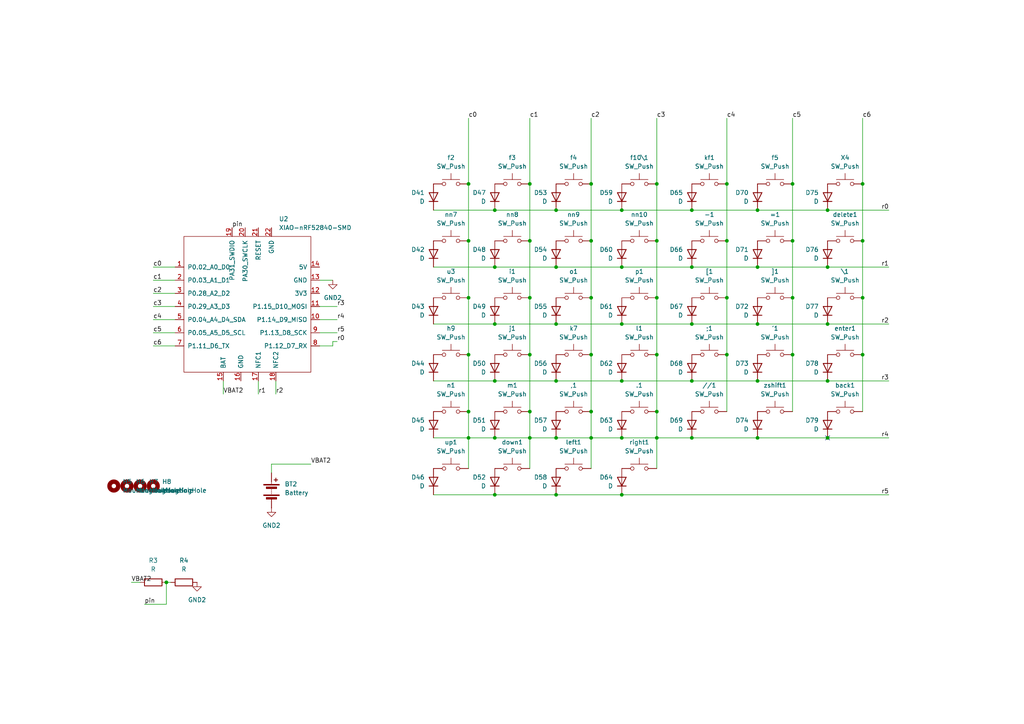
<source format=kicad_sch>
(kicad_sch (version 20250114) (generator "eeschema") (generator_version "9.0")
  (paper "A4")
  (lib_symbols
    (symbol "Asd:XIAO-nRF52840-SMD" (pin_names (offset 1.016))
      (property "Reference" "U" (at -18.542 23.114 0))
      (property "Value" "XIAO-nRF52840-SMD" (at -8.636 21.336 0))
      (symbol "XIAO-nRF52840-SMD_0_1"
        (rectangle (start -19.05 20.32) (end 17.78 -19.05))
      )
      (symbol "XIAO-nRF52840-SMD_1_1"
        (pin passive line (at -21.59 11.43 0) (length 2.54) (name "P0.02_A0_D0") (number "1"))
        (pin passive line (at -21.59 7.62 0) (length 2.54) (name "P0.03_A1_D1") (number "2"))
        (pin passive line (at -21.59 3.81 0) (length 2.54) (name "P0.28_A2_D2") (number "3"))
        (pin passive line (at -21.59 0 0) (length 2.54) (name "P0.29_A3_D3") (number "4"))
        (pin passive line (at -21.59 -3.81 0) (length 2.54) (name "P0.04_A4_D4_SDA") (number "5"))
        (pin passive line (at -21.59 -7.62 0) (length 2.54) (name "P0.05_A5_D5_SCL") (number "6"))
        (pin passive line (at -21.59 -11.43 0) (length 2.54) (name "P1.11_D6_TX") (number "7"))
        (pin passive line (at -7.62 -21.59 90) (length 2.54) (name "BAT") (number "15"))
        (pin passive line (at -5.08 22.86 270) (length 2.54) (name "PA31_SWDIO") (number "19"))
        (pin passive line (at -2.54 -21.59 90) (length 2.54) (name "GND") (number "16"))
        (pin passive line (at -1.27 22.86 270) (length 2.54) (name "PA30_SWCLK") (number "20"))
        (pin passive line (at 2.54 22.86 270) (length 2.54) (name "RESET") (number "21"))
        (pin passive line (at 2.54 -21.59 90) (length 2.54) (name "NFC1") (number "17"))
        (pin passive line (at 6.35 22.86 270) (length 2.54) (name "GND") (number "22"))
        (pin passive line (at 7.62 -21.59 90) (length 2.54) (name "NFC2") (number "18"))
        (pin passive line (at 20.32 11.43 180) (length 2.54) (name "5V") (number "14"))
        (pin passive line (at 20.32 7.62 180) (length 2.54) (name "GND") (number "13"))
        (pin passive line (at 20.32 3.81 180) (length 2.54) (name "3V3") (number "12"))
        (pin passive line (at 20.32 0 180) (length 2.54) (name "P1.15_D10_MOSI") (number "11"))
        (pin passive line (at 20.32 -3.81 180) (length 2.54) (name "P1.14_D9_MISO") (number "10"))
        (pin passive line (at 20.32 -7.62 180) (length 2.54) (name "P1.13_D8_SCK") (number "9"))
        (pin passive line (at 20.32 -11.43 180) (length 2.54) (name "P1.12_D7_RX") (number "8"))
      )
    )
    (symbol "Device:Battery" (pin_numbers (hide yes)) (pin_names (offset 0) (hide yes))
      (property "Reference" "BT" (at 2.54 2.54 0))
      (property "Value" "Battery" (at 2.54 0 0))
      (symbol "Battery_0_1"
        (rectangle (start -2.286 1.778) (end 2.286 1.524) (fill (type outline)))
        (rectangle (start -2.286 -1.27) (end 2.286 -1.524) (fill (type outline)))
        (rectangle (start -1.524 1.016) (end 1.524 0.508) (fill (type outline)))
        (rectangle (start -1.524 -2.032) (end 1.524 -2.54) (fill (type outline)))
        (polyline (pts (xy 0 1.778) (xy 0 2.54)))
        (polyline (pts (xy 0 0) (xy 0 0.254)))
        (polyline (pts (xy 0 -0.508) (xy 0 -0.254)))
        (polyline (pts (xy 0 -1.016) (xy 0 -0.762)))
        (polyline (pts (xy 0.762 3.048) (xy 1.778 3.048)) (stroke (width 0.254)))
        (polyline (pts (xy 1.27 3.556) (xy 1.27 2.54)) (stroke (width 0.254)))
      )
      (symbol "Battery_1_1"
        (pin passive line (at 0 5.08 270) (length 2.54) (name "+") (number "1"))
        (pin passive line (at 0 -5.08 90) (length 2.54) (name "-") (number "2"))
      )
    )
    (symbol "Device:D" (pin_numbers (hide yes)) (pin_names (offset 1.016) (hide yes))
      (property "Reference" "D" (at 0 2.54 0))
      (property "Value" "D" (at 0 -2.54 0))
      (symbol "D_0_1"
        (polyline (pts (xy -1.27 1.27) (xy -1.27 -1.27)) (stroke (width 0.254)))
        (polyline (pts (xy 1.27 1.27) (xy 1.27 -1.27) (xy -1.27 0) (xy 1.27 1.27)) (stroke (width 0.254)))
        (polyline (pts (xy 1.27 0) (xy -1.27 0)))
      )
      (symbol "D_1_1"
        (pin passive line (at -3.81 0 0) (length 2.54) (name "K") (number "1"))
        (pin passive line (at 3.81 0 180) (length 2.54) (name "A") (number "2"))
      )
    )
    (symbol "Device:R" (pin_numbers (hide yes)) (pin_names (offset 0))
      (property "Reference" "R" (at 2.032 0 90))
      (property "Value" "R" (at 0 0 90))
      (symbol "R_0_1"
        (rectangle (start -1.016 -2.54) (end 1.016 2.54) (stroke (width 0.254)))
      )
      (symbol "R_1_1"
        (pin passive line (at 0 3.81 270) (length 1.27) (name "~") (number "1"))
        (pin passive line (at 0 -3.81 90) (length 1.27) (name "~") (number "2"))
      )
    )
    (symbol "Mechanical:MountingHole" (pin_names (offset 1.016)) (in_bom no)
      (property "Reference" "H" (at 0 5.08 0))
      (property "Value" "MountingHole" (at 0 3.175 0))
      (symbol "MountingHole_0_1"
        (circle (center 0 0) (radius 1.27) (stroke (width 1.27)))
      )
    )
    (symbol "Switch:SW_Push" (pin_numbers (hide yes)) (pin_names (offset 1.016) (hide yes))
      (property "Reference" "SW" (at 1.27 2.54 0))
      (property "Value" "SW_Push" (at 0 -1.524 0))
      (symbol "SW_Push_0_1"
        (circle (center -2.032 0) (radius 0.508))
        (polyline (pts (xy 0 1.27) (xy 0 3.048)))
        (circle (center 2.032 0) (radius 0.508))
        (polyline (pts (xy 2.54 1.27) (xy -2.54 1.27)))
        (pin passive line (at -5.08 0 0) (length 2.54) (name "1") (number "1"))
        (pin passive line (at 5.08 0 180) (length 2.54) (name "2") (number "2"))
      )
    )
    (symbol "power:GND" (power) (pin_numbers (hide yes)) (pin_names (offset 0) (hide yes))
      (property "Value" "GND" (at 0 -3.81 0))
      (symbol "GND_0_1"
        (polyline (pts (xy 0 0) (xy 0 -1.27) (xy 1.27 -1.27) (xy 0 -2.54) (xy -1.27 -1.27) (xy 0 -1.27)))
      )
      (symbol "GND_1_1"
        (pin power_in line (at 0 0 270) (length 0) (name "~") (number "1"))
      )
    )
  )
  (junction (at 161.29 77.47))
  (junction (at 229.87 53.34))
  (junction (at 135.89 119.38))
  (junction (at 250.19 102.87))
  (junction (at 190.5 53.34))
  (junction (at 161.29 110.49))
  (junction (at 135.89 102.87))
  (junction (at 153.67 127))
  (junction (at 153.67 119.38))
  (junction (at 171.45 53.34))
  (junction (at 171.45 86.36))
  (junction (at 210.82 53.34))
  (junction (at 135.89 86.36))
  (junction (at 135.89 53.34))
  (junction (at 190.5 69.85))
  (junction (at 219.71 127))
  (junction (at 161.29 127))
  (junction (at 143.51 127))
  (junction (at 240.03 110.49))
  (junction (at 153.67 53.34))
  (junction (at 161.29 93.98))
  (junction (at 143.51 77.47))
  (junction (at 200.66 93.98))
  (junction (at 210.82 86.36))
  (junction (at 219.71 93.98))
  (junction (at 240.03 60.96))
  (junction (at 48.26 168.91))
  (junction (at 229.87 102.87))
  (junction (at 171.45 127))
  (junction (at 200.66 77.47))
  (junction (at 190.5 102.87))
  (junction (at 143.51 143.51))
  (junction (at 143.51 60.96))
  (junction (at 200.66 110.49))
  (junction (at 153.67 102.87))
  (junction (at 171.45 119.38))
  (junction (at 171.45 69.85))
  (junction (at 210.82 69.85))
  (junction (at 135.89 69.85))
  (junction (at 180.34 60.96))
  (junction (at 161.29 143.51))
  (junction (at 171.45 102.87))
  (junction (at 180.34 110.49))
  (junction (at 153.67 86.36))
  (junction (at 190.5 86.36))
  (junction (at 219.71 110.49))
  (junction (at 210.82 102.87))
  (junction (at 200.66 127))
  (junction (at 240.03 93.98))
  (junction (at 153.67 69.85))
  (junction (at 219.71 77.47))
  (junction (at 180.34 127))
  (junction (at 180.34 143.51))
  (junction (at 190.5 127))
  (junction (at 143.51 93.98))
  (junction (at 229.87 86.36))
  (junction (at 180.34 77.47))
  (junction (at 250.19 69.85))
  (junction (at 180.34 93.98))
  (junction (at 143.51 110.49))
  (junction (at 250.19 53.34))
  (junction (at 240.03 77.47))
  (junction (at 250.19 86.36))
  (junction (at 219.71 60.96))
  (junction (at 190.5 119.38))
  (junction (at 229.87 69.85))
  (junction (at 135.89 127))
  (junction (at 161.29 60.96))
  (junction (at 240.03 127))
  (junction (at 200.66 60.96))
  (no_connect (at 240.03 127))
  (wire (pts (xy 200.66 110.49) (xy 180.34 110.49)))
  (wire (pts (xy 180.34 93.98) (xy 161.29 93.98)))
  (wire (pts (xy 161.29 77.47) (xy 143.51 77.47)))
  (wire (pts (xy 153.67 53.34) (xy 153.67 69.85)))
  (wire (pts (xy 240.03 93.98) (xy 219.71 93.98)))
  (wire (pts (xy 229.87 102.87) (xy 229.87 119.38)))
  (wire (pts (xy 190.5 127) (xy 190.5 135.89)))
  (wire (pts (xy 96.52 99.06) (xy 96.52 100.33)))
  (wire (pts (xy 190.5 102.87) (xy 190.5 119.38)))
  (wire (pts (xy 44.45 96.52) (xy 50.8 96.52)))
  (wire (pts (xy 171.45 86.36) (xy 171.45 102.87)))
  (wire (pts (xy 210.82 34.29) (xy 210.82 53.34)))
  (wire (pts (xy 153.67 86.36) (xy 153.67 102.87)))
  (wire (pts (xy 64.77 110.49) (xy 64.77 114.3)))
  (wire (pts (xy 219.71 60.96) (xy 200.66 60.96)))
  (wire (pts (xy 80.01 110.49) (xy 80.01 114.3)))
  (wire (pts (xy 125.73 127) (xy 135.89 127)))
  (wire (pts (xy 200.66 77.47) (xy 180.34 77.47)))
  (wire (pts (xy 44.45 77.47) (xy 50.8 77.47)))
  (wire (pts (xy 135.89 102.87) (xy 135.89 119.38)))
  (wire (pts (xy 143.51 143.51) (xy 125.73 143.51)))
  (wire (pts (xy 190.5 119.38) (xy 190.5 127)))
  (wire (pts (xy 161.29 110.49) (xy 143.51 110.49)))
  (wire (pts (xy 250.19 34.29) (xy 250.19 53.34)))
  (wire (pts (xy 153.67 127) (xy 153.67 135.89)))
  (wire (pts (xy 180.34 60.96) (xy 161.29 60.96)))
  (wire (pts (xy 78.74 134.62) (xy 90.17 134.62)))
  (wire (pts (xy 44.45 85.09) (xy 50.8 85.09)))
  (wire (pts (xy 44.45 100.33) (xy 50.8 100.33)))
  (wire (pts (xy 219.71 127) (xy 200.66 127)))
  (wire (pts (xy 210.82 53.34) (xy 210.82 69.85)))
  (wire (pts (xy 153.67 102.87) (xy 153.67 119.38)))
  (wire (pts (xy 41.91 175.26) (xy 48.26 175.26)))
  (wire (pts (xy 210.82 102.87) (xy 210.82 119.38)))
  (wire (pts (xy 240.03 77.47) (xy 219.71 77.47)))
  (wire (pts (xy 40.64 168.91) (xy 38.1 168.91)))
  (wire (pts (xy 180.34 143.51) (xy 161.29 143.51)))
  (wire (pts (xy 250.19 102.87) (xy 250.19 119.38)))
  (wire (pts (xy 200.66 127) (xy 190.5 127)))
  (wire (pts (xy 257.81 110.49) (xy 240.03 110.49)))
  (wire (pts (xy 171.45 127) (xy 161.29 127)))
  (wire (pts (xy 135.89 53.34) (xy 135.89 34.29)))
  (wire (pts (xy 161.29 93.98) (xy 143.51 93.98)))
  (wire (pts (xy 190.5 69.85) (xy 190.5 86.36)))
  (wire (pts (xy 135.89 127) (xy 135.89 135.89)))
  (wire (pts (xy 219.71 110.49) (xy 200.66 110.49)))
  (wire (pts (xy 240.03 60.96) (xy 219.71 60.96)))
  (wire (pts (xy 180.34 77.47) (xy 161.29 77.47)))
  (wire (pts (xy 171.45 34.29) (xy 171.45 53.34)))
  (wire (pts (xy 92.71 88.9) (xy 97.79 88.9)))
  (wire (pts (xy 78.74 137.16) (xy 78.74 134.62)))
  (wire (pts (xy 135.89 53.34) (xy 135.89 69.85)))
  (wire (pts (xy 135.89 86.36) (xy 135.89 69.85)))
  (wire (pts (xy 190.5 34.29) (xy 190.5 53.34)))
  (wire (pts (xy 153.67 69.85) (xy 153.67 86.36)))
  (wire (pts (xy 97.79 99.06) (xy 96.52 99.06)))
  (wire (pts (xy 96.52 100.33) (xy 92.71 100.33)))
  (wire (pts (xy 210.82 69.85) (xy 210.82 86.36)))
  (wire (pts (xy 153.67 127) (xy 143.51 127)))
  (wire (pts (xy 250.19 53.34) (xy 250.19 69.85)))
  (wire (pts (xy 171.45 127) (xy 171.45 135.89)))
  (wire (pts (xy 171.45 102.87) (xy 171.45 119.38)))
  (wire (pts (xy 143.51 77.47) (xy 125.73 77.47)))
  (wire (pts (xy 229.87 34.29) (xy 229.87 53.34)))
  (wire (pts (xy 171.45 69.85) (xy 171.45 86.36)))
  (wire (pts (xy 250.19 86.36) (xy 250.19 102.87)))
  (wire (pts (xy 257.81 127) (xy 240.03 127)))
  (wire (pts (xy 48.26 168.91) (xy 49.53 168.91)))
  (wire (pts (xy 180.34 110.49) (xy 161.29 110.49)))
  (wire (pts (xy 92.71 92.71) (xy 97.79 92.71)))
  (wire (pts (xy 143.51 60.96) (xy 125.73 60.96)))
  (wire (pts (xy 257.81 143.51) (xy 180.34 143.51)))
  (wire (pts (xy 161.29 127) (xy 153.67 127)))
  (wire (pts (xy 229.87 53.34) (xy 229.87 69.85)))
  (wire (pts (xy 143.51 93.98) (xy 125.73 93.98)))
  (wire (pts (xy 74.93 110.49) (xy 74.93 114.3)))
  (wire (pts (xy 190.5 53.34) (xy 190.5 69.85)))
  (wire (pts (xy 44.45 88.9) (xy 50.8 88.9)))
  (wire (pts (xy 257.81 93.98) (xy 240.03 93.98)))
  (wire (pts (xy 180.34 127) (xy 171.45 127)))
  (wire (pts (xy 92.71 96.52) (xy 97.79 96.52)))
  (wire (pts (xy 161.29 60.96) (xy 143.51 60.96)))
  (wire (pts (xy 257.81 77.47) (xy 240.03 77.47)))
  (wire (pts (xy 171.45 53.34) (xy 171.45 69.85)))
  (wire (pts (xy 44.45 92.71) (xy 50.8 92.71)))
  (wire (pts (xy 143.51 127) (xy 135.89 127)))
  (wire (pts (xy 161.29 143.51) (xy 143.51 143.51)))
  (wire (pts (xy 48.26 168.91) (xy 48.26 175.26)))
  (wire (pts (xy 190.5 127) (xy 180.34 127)))
  (wire (pts (xy 219.71 93.98) (xy 200.66 93.98)))
  (wire (pts (xy 219.71 77.47) (xy 200.66 77.47)))
  (wire (pts (xy 153.67 119.38) (xy 153.67 127)))
  (wire (pts (xy 44.45 81.28) (xy 50.8 81.28)))
  (wire (pts (xy 135.89 119.38) (xy 135.89 127)))
  (wire (pts (xy 240.03 127) (xy 219.71 127)))
  (wire (pts (xy 200.66 60.96) (xy 180.34 60.96)))
  (wire (pts (xy 210.82 86.36) (xy 210.82 102.87)))
  (wire (pts (xy 240.03 110.49) (xy 219.71 110.49)))
  (wire (pts (xy 153.67 34.29) (xy 153.67 53.34)))
  (wire (pts (xy 229.87 69.85) (xy 229.87 86.36)))
  (wire (pts (xy 92.71 81.28) (xy 96.52 81.28)))
  (wire (pts (xy 190.5 86.36) (xy 190.5 102.87)))
  (wire (pts (xy 200.66 93.98) (xy 180.34 93.98)))
  (wire (pts (xy 135.89 102.87) (xy 135.89 86.36)))
  (wire (pts (xy 143.51 110.49) (xy 125.73 110.49)))
  (wire (pts (xy 229.87 86.36) (xy 229.87 102.87)))
  (wire (pts (xy 171.45 119.38) (xy 171.45 127)))
  (wire (pts (xy 257.81 60.96) (xy 240.03 60.96)))
  (wire (pts (xy 250.19 69.85) (xy 250.19 86.36)))
  (label "r0" (at 97.79 99.06 0))
  (label "c3" (at 44.45 88.9 0))
  (label "VBAT2" (at 90.17 134.62 0))
  (label "c6" (at 250.19 34.29 0))
  (label "VBAT2" (at 64.77 114.3 0))
  (label "VBAT2" (at 38.1 168.91 0))
  (label "r1" (at 257.81 77.47 180))
  (label "r1" (at 74.93 114.3 0))
  (label "c2" (at 171.45 34.29 0))
  (label "c4" (at 210.82 34.29 0))
  (label "r5" (at 257.81 143.51 180))
  (label "pin" (at 41.91 175.26 0))
  (label "c5" (at 229.87 34.29 0))
  (label "r0" (at 257.81 60.96 180))
  (label "r5" (at 97.79 96.52 0))
  (label "c1" (at 44.45 81.28 0))
  (label "c4" (at 44.45 92.71 0))
  (label "pin" (at 67.31 66.04 0))
  (label "c1" (at 153.67 34.29 0))
  (label "r3" (at 97.79 88.9 0))
  (label "r3" (at 257.81 110.49 180))
  (label "c5" (at 44.45 96.52 0))
  (label "r4" (at 257.81 127 180))
  (label "c0" (at 135.89 34.29 0))
  (label "c3" (at 190.5 34.29 0))
  (label "c0" (at 44.45 77.47 0))
  (label "c6" (at 44.45 100.33 0))
  (label "c2" (at 44.45 85.09 0))
  (label "r2" (at 80.01 114.3 0))
  (label "r4" (at 97.79 92.71 0))
  (label "r2" (at 257.81 93.98 180))
  (symbol (lib_id "Switch:SW_Push") (at 245.11 119.38 0) (mirror y) (unit 1)
    (property "Reference" "back1" (at 245.11 111.76 0))
    (property "Value" "SW_Push" (at 245.11 114.3 0))
    (property "Footprint" "Button_Switch_Keyboard:SW_Cherry_MX_1.00u_PCB" (effects (hide yes)))
  )
  (symbol (lib_id "Device:D") (at 219.71 123.19 270) (mirror x) (unit 1)
    (property "Reference" "D74" (at 217.17 121.9199 90) (effects (justify right)))
    (property "Value" "D" (at 217.17 124.4599 90) (effects (justify right)))
    (property "Footprint" "Diode_THT:D_DO-41_SOD81_P7.62mm_Horizontal" (effects (hide yes)))
    (property "Sim.Device" "D" (effects (hide yes)))
    (property "Sim.Pins" "1=K 2=A" (effects (hide yes)))
  )
  (symbol (lib_id "Switch:SW_Push") (at 185.42 53.34 0) (mirror y) (unit 1)
    (property "Reference" "f10\\1" (at 185.42 45.72 0))
    (property "Value" "SW_Push" (at 185.42 48.26 0))
    (property "Footprint" "Button_Switch_Keyboard:SW_Cherry_MX_1.00u_PCB" (effects (hide yes)))
  )
  (symbol (lib_id "Mechanical:MountingHole") (at 36.83 140.97 0) (unit 1) (in_bom no)
    (property "Reference" "H6" (at 39.37 139.6999 0) (effects (justify left)))
    (property "Value" "MountingHole" (at 39.37 142.2399 0) (effects (justify left)))
    (property "Footprint" "Library:mouse-bite-5mm-slot" (effects (hide yes)))
    (property "Description" "Mounting Hole without connection" (effects (hide yes)))
  )
  (symbol (lib_id "Switch:SW_Push") (at 148.59 119.38 0) (mirror y) (unit 1)
    (property "Reference" "m1" (at 148.59 111.76 0))
    (property "Value" "SW_Push" (at 148.59 114.3 0))
    (property "Footprint" "Button_Switch_Keyboard:SW_Cherry_MX_1.00u_PCB" (effects (hide yes)))
  )
  (symbol (lib_id "Switch:SW_Push") (at 130.81 135.89 0) (mirror y) (unit 1)
    (property "Reference" "up1" (at 130.81 128.27 0))
    (property "Value" "SW_Push" (at 130.81 130.81 0))
    (property "Footprint" "Button_Switch_Keyboard:SW_Cherry_MX_1.00u_PCB" (effects (hide yes)))
  )
  (symbol (lib_id "Switch:SW_Push") (at 166.37 102.87 0) (mirror y) (unit 1)
    (property "Reference" "k7" (at 166.37 95.25 0))
    (property "Value" "SW_Push" (at 166.37 97.79 0))
    (property "Footprint" "Button_Switch_Keyboard:SW_Cherry_MX_1.00u_PCB" (effects (hide yes)))
  )
  (symbol (lib_id "Device:D") (at 143.51 123.19 270) (mirror x) (unit 1)
    (property "Reference" "D51" (at 140.97 121.9199 90) (effects (justify right)))
    (property "Value" "D" (at 140.97 124.4599 90) (effects (justify right)))
    (property "Footprint" "Diode_THT:D_DO-41_SOD81_P7.62mm_Horizontal" (effects (hide yes)))
    (property "Sim.Device" "D" (effects (hide yes)))
    (property "Sim.Pins" "1=K 2=A" (effects (hide yes)))
  )
  (symbol (lib_id "Switch:SW_Push") (at 148.59 102.87 0) (mirror y) (unit 1)
    (property "Reference" "j1" (at 148.59 95.25 0))
    (property "Value" "SW_Push" (at 148.59 97.79 0))
    (property "Footprint" "Button_Switch_Keyboard:SW_Cherry_MX_1.00u_PCB" (effects (hide yes)))
  )
  (symbol (lib_id "Device:D") (at 161.29 57.15 270) (mirror x) (unit 1)
    (property "Reference" "D53" (at 158.75 55.8799 90) (effects (justify right)))
    (property "Value" "D" (at 158.75 58.4199 90) (effects (justify right)))
    (property "Footprint" "Diode_THT:D_DO-41_SOD81_P7.62mm_Horizontal" (effects (hide yes)))
    (property "Sim.Device" "D" (effects (hide yes)))
    (property "Sim.Pins" "1=K 2=A" (effects (hide yes)))
  )
  (symbol (lib_id "Switch:SW_Push") (at 166.37 135.89 0) (mirror y) (unit 1)
    (property "Reference" "left1" (at 166.37 128.27 0))
    (property "Value" "SW_Push" (at 166.37 130.81 0))
    (property "Footprint" "Button_Switch_Keyboard:SW_Cherry_MX_1.00u_PCB" (effects (hide yes)))
  )
  (symbol (lib_id "Switch:SW_Push") (at 130.81 86.36 0) (mirror y) (unit 1)
    (property "Reference" "u3" (at 130.81 78.74 0))
    (property "Value" "SW_Push" (at 130.81 81.28 0))
    (property "Footprint" "Button_Switch_Keyboard:SW_Cherry_MX_1.00u_PCB" (effects (hide yes)))
  )
  (symbol (lib_id "Device:D") (at 200.66 90.17 270) (mirror x) (unit 1)
    (property "Reference" "D67" (at 198.12 88.8999 90) (effects (justify right)))
    (property "Value" "D" (at 198.12 91.4399 90) (effects (justify right)))
    (property "Footprint" "Diode_THT:D_DO-41_SOD81_P7.62mm_Horizontal" (effects (hide yes)))
    (property "Sim.Device" "D" (effects (hide yes)))
    (property "Sim.Pins" "1=K 2=A" (effects (hide yes)))
  )
  (symbol (lib_id "Switch:SW_Push") (at 130.81 119.38 0) (mirror y) (unit 1)
    (property "Reference" "n1" (at 130.81 111.76 0))
    (property "Value" "SW_Push" (at 130.81 114.3 0))
    (property "Footprint" "Button_Switch_Keyboard:SW_Cherry_MX_1.00u_PCB" (effects (hide yes)))
  )
  (symbol (lib_id "Switch:SW_Push") (at 166.37 119.38 0) (mirror y) (unit 1)
    (property "Reference" ",1" (at 166.37 111.76 0))
    (property "Value" "SW_Push" (at 166.37 114.3 0))
    (property "Footprint" "Button_Switch_Keyboard:SW_Cherry_MX_1.00u_PCB" (effects (hide yes)))
  )
  (symbol (lib_id "Device:Battery") (at 78.74 142.24 0) (unit 1)
    (property "Reference" "BT2" (at 82.55 140.3984 0) (effects (justify left)))
    (property "Value" "Battery" (at 82.55 142.9384 0) (effects (justify left)))
    (property "Footprint" "Battery:BatteryHolder_Keystone_1057_1x2032" (effects (hide yes)))
  )
  (symbol (lib_id "Device:D") (at 125.73 57.15 270) (mirror x) (unit 1)
    (property "Reference" "D41" (at 123.19 55.8799 90) (effects (justify right)))
    (property "Value" "D" (at 123.19 58.4199 90) (effects (justify right)))
    (property "Footprint" "Diode_THT:D_DO-41_SOD81_P7.62mm_Horizontal" (effects (hide yes)))
    (property "Sim.Device" "D" (effects (hide yes)))
    (property "Sim.Pins" "1=K 2=A" (effects (hide yes)))
  )
  (symbol (lib_id "Switch:SW_Push") (at 224.79 119.38 0) (mirror y) (unit 1)
    (property "Reference" "zshift1" (at 224.79 111.76 0))
    (property "Value" "SW_Push" (at 224.79 114.3 0))
    (property "Footprint" "Button_Switch_Keyboard:SW_Cherry_MX_1.00u_PCB" (effects (hide yes)))
  )
  (symbol (lib_id "Switch:SW_Push") (at 224.79 53.34 0) (mirror y) (unit 1)
    (property "Reference" "f5" (at 224.79 45.72 0))
    (property "Value" "SW_Push" (at 224.79 48.26 0))
    (property "Footprint" "Button_Switch_Keyboard:SW_Cherry_MX_1.00u_PCB" (effects (hide yes)))
  )
  (symbol (lib_id "Device:D") (at 180.34 57.15 270) (mirror x) (unit 1)
    (property "Reference" "D59" (at 177.8 55.8799 90) (effects (justify right)))
    (property "Value" "D" (at 177.8 58.4199 90) (effects (justify right)))
    (property "Footprint" "Diode_THT:D_DO-41_SOD81_P7.62mm_Horizontal" (effects (hide yes)))
    (property "Sim.Device" "D" (effects (hide yes)))
    (property "Sim.Pins" "1=K 2=A" (effects (hide yes)))
  )
  (symbol (lib_id "Switch:SW_Push") (at 166.37 69.85 0) (mirror y) (unit 1)
    (property "Reference" "nn9" (at 166.37 62.23 0))
    (property "Value" "SW_Push" (at 166.37 64.77 0))
    (property "Footprint" "Button_Switch_Keyboard:SW_Cherry_MX_1.00u_PCB" (effects (hide yes)))
  )
  (symbol (lib_id "Device:D") (at 180.34 106.68 270) (mirror x) (unit 1)
    (property "Reference" "D62" (at 177.8 105.4099 90) (effects (justify right)))
    (property "Value" "D" (at 177.8 107.9499 90) (effects (justify right)))
    (property "Footprint" "Diode_THT:D_DO-41_SOD81_P7.62mm_Horizontal" (effects (hide yes)))
    (property "Sim.Device" "D" (effects (hide yes)))
    (property "Sim.Pins" "1=K 2=A" (effects (hide yes)))
  )
  (symbol (lib_id "Switch:SW_Push") (at 205.74 119.38 0) (mirror y) (unit 1)
    (property "Reference" "//1" (at 205.74 111.76 0))
    (property "Value" "SW_Push" (at 205.74 114.3 0))
    (property "Footprint" "Button_Switch_Keyboard:SW_Cherry_MX_1.00u_PCB" (effects (hide yes)))
  )
  (symbol (lib_id "Device:D") (at 143.51 73.66 270) (mirror x) (unit 1)
    (property "Reference" "D48" (at 140.97 72.3899 90) (effects (justify right)))
    (property "Value" "D" (at 140.97 74.9299 90) (effects (justify right)))
    (property "Footprint" "Diode_THT:D_DO-41_SOD81_P7.62mm_Horizontal" (effects (hide yes)))
    (property "Sim.Device" "D" (effects (hide yes)))
    (property "Sim.Pins" "1=K 2=A" (effects (hide yes)))
  )
  (symbol (lib_id "Switch:SW_Push") (at 130.81 69.85 0) (mirror y) (unit 1)
    (property "Reference" "nn7" (at 130.81 62.23 0))
    (property "Value" "SW_Push" (at 130.81 64.77 0))
    (property "Footprint" "Button_Switch_Keyboard:SW_Cherry_MX_1.00u_PCB" (effects (hide yes)))
  )
  (symbol (lib_id "Switch:SW_Push") (at 185.42 135.89 0) (mirror y) (unit 1)
    (property "Reference" "right1" (at 185.42 128.27 0))
    (property "Value" "SW_Push" (at 185.42 130.81 0))
    (property "Footprint" "Button_Switch_Keyboard:SW_Cherry_MX_1.00u_PCB" (effects (hide yes)))
  )
  (symbol (lib_id "Device:D") (at 200.66 57.15 270) (mirror x) (unit 1)
    (property "Reference" "D65" (at 198.12 55.8799 90) (effects (justify right)))
    (property "Value" "D" (at 198.12 58.4199 90) (effects (justify right)))
    (property "Footprint" "Diode_THT:D_DO-41_SOD81_P7.62mm_Horizontal" (effects (hide yes)))
    (property "Sim.Device" "D" (effects (hide yes)))
    (property "Sim.Pins" "1=K 2=A" (effects (hide yes)))
  )
  (symbol (lib_id "Device:D") (at 180.34 123.19 270) (mirror x) (unit 1)
    (property "Reference" "D63" (at 177.8 121.9199 90) (effects (justify right)))
    (property "Value" "D" (at 177.8 124.4599 90) (effects (justify right)))
    (property "Footprint" "Diode_THT:D_DO-41_SOD81_P7.62mm_Horizontal" (effects (hide yes)))
    (property "Sim.Device" "D" (effects (hide yes)))
    (property "Sim.Pins" "1=K 2=A" (effects (hide yes)))
  )
  (symbol (lib_id "Switch:SW_Push") (at 166.37 86.36 0) (mirror y) (unit 1)
    (property "Reference" "o1" (at 166.37 78.74 0))
    (property "Value" "SW_Push" (at 166.37 81.28 0))
    (property "Footprint" "Button_Switch_Keyboard:SW_Cherry_MX_1.00u_PCB" (effects (hide yes)))
  )
  (symbol (lib_id "Switch:SW_Push") (at 148.59 135.89 0) (mirror y) (unit 1)
    (property "Reference" "down1" (at 148.59 128.27 0))
    (property "Value" "SW_Push" (at 148.59 130.81 0))
    (property "Footprint" "Button_Switch_Keyboard:SW_Cherry_MX_1.00u_PCB" (effects (hide yes)))
  )
  (symbol (lib_id "Switch:SW_Push") (at 185.42 69.85 0) (mirror y) (unit 1)
    (property "Reference" "nn10" (at 185.42 62.23 0))
    (property "Value" "SW_Push" (at 185.42 64.77 0))
    (property "Footprint" "Button_Switch_Keyboard:SW_Cherry_MX_1.00u_PCB" (effects (hide yes)))
  )
  (symbol (lib_id "Mechanical:MountingHole") (at 44.45 140.97 0) (unit 1) (in_bom no)
    (property "Reference" "H8" (at 46.99 139.6999 0) (effects (justify left)))
    (property "Value" "MountingHole" (at 46.99 142.2399 0) (effects (justify left)))
    (property "Footprint" "Library:mouse-bite-5mm-slot" (effects (hide yes)))
    (property "Description" "Mounting Hole without connection" (effects (hide yes)))
  )
  (symbol (lib_id "Switch:SW_Push") (at 148.59 53.34 0) (mirror y) (unit 1)
    (property "Reference" "f3" (at 148.59 45.72 0))
    (property "Value" "SW_Push" (at 148.59 48.26 0))
    (property "Footprint" "Button_Switch_Keyboard:SW_Cherry_MX_1.00u_PCB" (effects (hide yes)))
  )
  (symbol (lib_id "Switch:SW_Push") (at 224.79 102.87 0) (mirror y) (unit 1)
    (property "Reference" "'1" (at 224.79 95.25 0))
    (property "Value" "SW_Push" (at 224.79 97.79 0))
    (property "Footprint" "Button_Switch_Keyboard:SW_Cherry_MX_1.00u_PCB" (effects (hide yes)))
  )
  (symbol (lib_id "Switch:SW_Push") (at 130.81 53.34 0) (mirror y) (unit 1)
    (property "Reference" "f2" (at 130.81 45.72 0))
    (property "Value" "SW_Push" (at 130.81 48.26 0))
    (property "Footprint" "Button_Switch_Keyboard:SW_Cherry_MX_1.00u_PCB" (effects (hide yes)))
  )
  (symbol (lib_id "Device:R") (at 53.34 168.91 90) (unit 1)
    (property "Reference" "R4" (at 53.34 162.56 90))
    (property "Value" "R" (at 53.34 165.1 90))
    (property "Footprint" "Resistor_SMD:R_0805_2012Metric" (effects (hide yes)))
  )
  (symbol (lib_id "Device:D") (at 161.29 106.68 270) (mirror x) (unit 1)
    (property "Reference" "D56" (at 158.75 105.4099 90) (effects (justify right)))
    (property "Value" "D" (at 158.75 107.9499 90) (effects (justify right)))
    (property "Footprint" "Diode_THT:D_DO-41_SOD81_P7.62mm_Horizontal" (effects (hide yes)))
    (property "Sim.Device" "D" (effects (hide yes)))
    (property "Sim.Pins" "1=K 2=A" (effects (hide yes)))
  )
  (symbol (lib_id "Device:D") (at 240.03 123.19 270) (mirror x) (unit 1)
    (property "Reference" "D79" (at 237.49 121.9199 90) (effects (justify right)))
    (property "Value" "D" (at 237.49 124.4599 90) (effects (justify right)))
    (property "Footprint" "Diode_THT:D_DO-41_SOD81_P7.62mm_Horizontal" (effects (hide yes)))
    (property "Sim.Device" "D" (effects (hide yes)))
    (property "Sim.Pins" "1=K 2=A" (effects (hide yes)))
  )
  (symbol (lib_id "Device:D") (at 240.03 73.66 270) (mirror x) (unit 1)
    (property "Reference" "D76" (at 237.49 72.3899 90) (effects (justify right)))
    (property "Value" "D" (at 237.49 74.9299 90) (effects (justify right)))
    (property "Footprint" "Diode_THT:D_DO-41_SOD81_P7.62mm_Horizontal" (effects (hide yes)))
    (property "Sim.Device" "D" (effects (hide yes)))
    (property "Sim.Pins" "1=K 2=A" (effects (hide yes)))
  )
  (symbol (lib_id "Device:D") (at 219.71 73.66 270) (mirror x) (unit 1)
    (property "Reference" "D71" (at 217.17 72.3899 90) (effects (justify right)))
    (property "Value" "D" (at 217.17 74.9299 90) (effects (justify right)))
    (property "Footprint" "Diode_THT:D_DO-41_SOD81_P7.62mm_Horizontal" (effects (hide yes)))
    (property "Sim.Device" "D" (effects (hide yes)))
    (property "Sim.Pins" "1=K 2=A" (effects (hide yes)))
  )
  (symbol (lib_id "power:GND") (at 57.15 168.91 0) (unit 1)
    (property "Reference" "#PWR04" (effects (hide yes)))
    (property "Value" "GND2" (at 57.15 173.99 0))
    (property "Description" "Power symbol creates a global label with name \"GND\" , ground" (effects (hide yes)))
  )
  (symbol (lib_id "Device:D") (at 180.34 73.66 270) (mirror x) (unit 1)
    (property "Reference" "D60" (at 177.8 72.3899 90) (effects (justify right)))
    (property "Value" "D" (at 177.8 74.9299 90) (effects (justify right)))
    (property "Footprint" "Diode_THT:D_DO-41_SOD81_P7.62mm_Horizontal" (effects (hide yes)))
    (property "Sim.Device" "D" (effects (hide yes)))
    (property "Sim.Pins" "1=K 2=A" (effects (hide yes)))
  )
  (symbol (lib_id "Switch:SW_Push") (at 185.42 119.38 0) (mirror y) (unit 1)
    (property "Reference" ".1" (at 185.42 111.76 0))
    (property "Value" "SW_Push" (at 185.42 114.3 0))
    (property "Footprint" "Button_Switch_Keyboard:SW_Cherry_MX_1.00u_PCB" (effects (hide yes)))
  )
  (symbol (lib_id "Device:D") (at 161.29 73.66 270) (mirror x) (unit 1)
    (property "Reference" "D54" (at 158.75 72.3899 90) (effects (justify right)))
    (property "Value" "D" (at 158.75 74.9299 90) (effects (justify right)))
    (property "Footprint" "Diode_THT:D_DO-41_SOD81_P7.62mm_Horizontal" (effects (hide yes)))
    (property "Sim.Device" "D" (effects (hide yes)))
    (property "Sim.Pins" "1=K 2=A" (effects (hide yes)))
  )
  (symbol (lib_id "Device:D") (at 240.03 106.68 270) (mirror x) (unit 1)
    (property "Reference" "D78" (at 237.49 105.4099 90) (effects (justify right)))
    (property "Value" "D" (at 237.49 107.9499 90) (effects (justify right)))
    (property "Footprint" "Diode_THT:D_DO-41_SOD81_P7.62mm_Horizontal" (effects (hide yes)))
    (property "Sim.Device" "D" (effects (hide yes)))
    (property "Sim.Pins" "1=K 2=A" (effects (hide yes)))
  )
  (symbol (lib_id "Device:D") (at 125.73 90.17 270) (mirror x) (unit 1)
    (property "Reference" "D43" (at 123.19 88.8999 90) (effects (justify right)))
    (property "Value" "D" (at 123.19 91.4399 90) (effects (justify right)))
    (property "Footprint" "Diode_THT:D_DO-41_SOD81_P7.62mm_Horizontal" (effects (hide yes)))
    (property "Sim.Device" "D" (effects (hide yes)))
    (property "Sim.Pins" "1=K 2=A" (effects (hide yes)))
  )
  (symbol (lib_id "Device:D") (at 161.29 90.17 270) (mirror x) (unit 1)
    (property "Reference" "D55" (at 158.75 88.8999 90) (effects (justify right)))
    (property "Value" "D" (at 158.75 91.4399 90) (effects (justify right)))
    (property "Footprint" "Diode_THT:D_DO-41_SOD81_P7.62mm_Horizontal" (effects (hide yes)))
    (property "Sim.Device" "D" (effects (hide yes)))
    (property "Sim.Pins" "1=K 2=A" (effects (hide yes)))
  )
  (symbol (lib_id "Switch:SW_Push") (at 185.42 102.87 0) (mirror y) (unit 1)
    (property "Reference" "l1" (at 185.42 95.25 0))
    (property "Value" "SW_Push" (at 185.42 97.79 0))
    (property "Footprint" "Button_Switch_Keyboard:SW_Cherry_MX_1.00u_PCB" (effects (hide yes)))
  )
  (symbol (lib_id "Switch:SW_Push") (at 205.74 102.87 0) (mirror y) (unit 1)
    (property "Reference" ";1" (at 205.74 95.25 0))
    (property "Value" "SW_Push" (at 205.74 97.79 0))
    (property "Footprint" "Button_Switch_Keyboard:SW_Cherry_MX_1.00u_PCB" (effects (hide yes)))
  )
  (symbol (lib_id "Switch:SW_Push") (at 245.11 53.34 0) (mirror y) (unit 1)
    (property "Reference" "X4" (at 245.11 45.72 0))
    (property "Value" "SW_Push" (at 245.11 48.26 0))
    (property "Footprint" "Button_Switch_Keyboard:SW_Cherry_MX_1.00u_PCB" (effects (hide yes)))
  )
  (symbol (lib_id "Device:D") (at 219.71 106.68 270) (mirror x) (unit 1)
    (property "Reference" "D73" (at 217.17 105.4099 90) (effects (justify right)))
    (property "Value" "D" (at 217.17 107.9499 90) (effects (justify right)))
    (property "Footprint" "Diode_THT:D_DO-41_SOD81_P7.62mm_Horizontal" (effects (hide yes)))
    (property "Sim.Device" "D" (effects (hide yes)))
    (property "Sim.Pins" "1=K 2=A" (effects (hide yes)))
  )
  (symbol (lib_id "Device:D") (at 143.51 90.17 270) (mirror x) (unit 1)
    (property "Reference" "D49" (at 140.97 88.8999 90) (effects (justify right)))
    (property "Value" "D" (at 140.97 91.4399 90) (effects (justify right)))
    (property "Footprint" "Diode_THT:D_DO-41_SOD81_P7.62mm_Horizontal" (effects (hide yes)))
    (property "Sim.Device" "D" (effects (hide yes)))
    (property "Sim.Pins" "1=K 2=A" (effects (hide yes)))
  )
  (symbol (lib_id "Device:D") (at 143.51 106.68 270) (mirror x) (unit 1)
    (property "Reference" "D50" (at 140.97 105.4099 90) (effects (justify right)))
    (property "Value" "D" (at 140.97 107.9499 90) (effects (justify right)))
    (property "Footprint" "Diode_THT:D_DO-41_SOD81_P7.62mm_Horizontal" (effects (hide yes)))
    (property "Sim.Device" "D" (effects (hide yes)))
    (property "Sim.Pins" "1=K 2=A" (effects (hide yes)))
  )
  (symbol (lib_id "Mechanical:MountingHole") (at 40.64 140.97 0) (unit 1) (in_bom no)
    (property "Reference" "H7" (at 43.18 139.6999 0) (effects (justify left)))
    (property "Value" "MountingHole" (at 43.18 142.2399 0) (effects (justify left)))
    (property "Footprint" "Library:mouse-bite-5mm-slot" (effects (hide yes)))
    (property "Description" "Mounting Hole without connection" (effects (hide yes)))
  )
  (symbol (lib_id "Switch:SW_Push") (at 224.79 86.36 0) (mirror y) (unit 1)
    (property "Reference" "]1" (at 224.79 78.74 0))
    (property "Value" "SW_Push" (at 224.79 81.28 0))
    (property "Footprint" "Button_Switch_Keyboard:SW_Cherry_MX_1.00u_PCB" (effects (hide yes)))
  )
  (symbol (lib_id "Device:D") (at 161.29 123.19 270) (mirror x) (unit 1)
    (property "Reference" "D57" (at 158.75 121.9199 90) (effects (justify right)))
    (property "Value" "D" (at 158.75 124.4599 90) (effects (justify right)))
    (property "Footprint" "Diode_THT:D_DO-41_SOD81_P7.62mm_Horizontal" (effects (hide yes)))
    (property "Sim.Device" "D" (effects (hide yes)))
    (property "Sim.Pins" "1=K 2=A" (effects (hide yes)))
  )
  (symbol (lib_id "Switch:SW_Push") (at 148.59 86.36 0) (mirror y) (unit 1)
    (property "Reference" "i1" (at 148.59 78.74 0))
    (property "Value" "SW_Push" (at 148.59 81.28 0))
    (property "Footprint" "Button_Switch_Keyboard:SW_Cherry_MX_1.00u_PCB" (effects (hide yes)))
  )
  (symbol (lib_id "Device:D") (at 240.03 57.15 270) (mirror x) (unit 1)
    (property "Reference" "D75" (at 237.49 55.8799 90) (effects (justify right)))
    (property "Value" "D" (at 237.49 58.4199 90) (effects (justify right)))
    (property "Footprint" "Diode_THT:D_DO-41_SOD81_P7.62mm_Horizontal" (effects (hide yes)))
    (property "Sim.Device" "D" (effects (hide yes)))
    (property "Sim.Pins" "1=K 2=A" (effects (hide yes)))
  )
  (symbol (lib_id "Switch:SW_Push") (at 245.11 102.87 0) (mirror y) (unit 1)
    (property "Reference" "enter1" (at 245.11 95.25 0))
    (property "Value" "SW_Push" (at 245.11 97.79 0))
    (property "Footprint" "Button_Switch_Keyboard:SW_Cherry_MX_1.00u_PCB" (effects (hide yes)))
  )
  (symbol (lib_id "Device:D") (at 125.73 139.7 270) (mirror x) (unit 1)
    (property "Reference" "D46" (at 123.19 138.4299 90) (effects (justify right)))
    (property "Value" "D" (at 123.19 140.9699 90) (effects (justify right)))
    (property "Footprint" "Diode_THT:D_DO-41_SOD81_P7.62mm_Horizontal" (effects (hide yes)))
    (property "Sim.Device" "D" (effects (hide yes)))
    (property "Sim.Pins" "1=K 2=A" (effects (hide yes)))
  )
  (symbol (lib_id "Device:D") (at 200.66 73.66 270) (mirror x) (unit 1)
    (property "Reference" "D66" (at 198.12 72.3899 90) (effects (justify right)))
    (property "Value" "D" (at 198.12 74.9299 90) (effects (justify right)))
    (property "Footprint" "Diode_THT:D_DO-41_SOD81_P7.62mm_Horizontal" (effects (hide yes)))
    (property "Sim.Device" "D" (effects (hide yes)))
    (property "Sim.Pins" "1=K 2=A" (effects (hide yes)))
  )
  (symbol (lib_id "Switch:SW_Push") (at 205.74 69.85 0) (mirror y) (unit 1)
    (property "Reference" "-1" (at 205.74 62.23 0))
    (property "Value" "SW_Push" (at 205.74 64.77 0))
    (property "Footprint" "Button_Switch_Keyboard:SW_Cherry_MX_1.00u_PCB" (effects (hide yes)))
  )
  (symbol (lib_id "Device:D") (at 125.73 73.66 270) (mirror x) (unit 1)
    (property "Reference" "D42" (at 123.19 72.3899 90) (effects (justify right)))
    (property "Value" "D" (at 123.19 74.9299 90) (effects (justify right)))
    (property "Footprint" "Diode_THT:D_DO-41_SOD81_P7.62mm_Horizontal" (effects (hide yes)))
    (property "Sim.Device" "D" (effects (hide yes)))
    (property "Sim.Pins" "1=K 2=A" (effects (hide yes)))
  )
  (symbol (lib_id "Device:D") (at 161.29 139.7 270) (mirror x) (unit 1)
    (property "Reference" "D58" (at 158.75 138.4299 90) (effects (justify right)))
    (property "Value" "D" (at 158.75 140.9699 90) (effects (justify right)))
    (property "Footprint" "Diode_THT:D_DO-41_SOD81_P7.62mm_Horizontal" (effects (hide yes)))
    (property "Sim.Device" "D" (effects (hide yes)))
    (property "Sim.Pins" "1=K 2=A" (effects (hide yes)))
  )
  (symbol (lib_id "power:GND") (at 78.74 147.32 0) (unit 1)
    (property "Reference" "#PWR05" (effects (hide yes)))
    (property "Value" "GND2" (at 78.74 152.4 0))
    (property "Description" "Power symbol creates a global label with name \"GND\" , ground" (effects (hide yes)))
  )
  (symbol (lib_id "Device:D") (at 180.34 139.7 270) (mirror x) (unit 1)
    (property "Reference" "D64" (at 177.8 138.4299 90) (effects (justify right)))
    (property "Value" "D" (at 177.8 140.9699 90) (effects (justify right)))
    (property "Footprint" "Diode_THT:D_DO-41_SOD81_P7.62mm_Horizontal" (effects (hide yes)))
    (property "Sim.Device" "D" (effects (hide yes)))
    (property "Sim.Pins" "1=K 2=A" (effects (hide yes)))
  )
  (symbol (lib_id "Device:D") (at 200.66 106.68 270) (mirror x) (unit 1)
    (property "Reference" "D68" (at 198.12 105.4099 90) (effects (justify right)))
    (property "Value" "D" (at 198.12 107.9499 90) (effects (justify right)))
    (property "Footprint" "Diode_THT:D_DO-41_SOD81_P7.62mm_Horizontal" (effects (hide yes)))
    (property "Sim.Device" "D" (effects (hide yes)))
    (property "Sim.Pins" "1=K 2=A" (effects (hide yes)))
  )
  (symbol (lib_id "Device:R") (at 44.45 168.91 90) (unit 1)
    (property "Reference" "R3" (at 44.45 162.56 90))
    (property "Value" "R" (at 44.45 165.1 90))
    (property "Footprint" "Resistor_SMD:R_0805_2012Metric" (effects (hide yes)))
  )
  (symbol (lib_id "Switch:SW_Push") (at 245.11 86.36 0) (mirror y) (unit 1)
    (property "Reference" "\\1" (at 245.11 78.74 0))
    (property "Value" "SW_Push" (at 245.11 81.28 0))
    (property "Footprint" "Button_Switch_Keyboard:SW_Cherry_MX_1.00u_PCB" (effects (hide yes)))
  )
  (symbol (lib_id "Switch:SW_Push") (at 130.81 102.87 0) (mirror y) (unit 1)
    (property "Reference" "h9" (at 130.81 95.25 0))
    (property "Value" "SW_Push" (at 130.81 97.79 0))
    (property "Footprint" "Button_Switch_Keyboard:SW_Cherry_MX_1.00u_PCB" (effects (hide yes)))
  )
  (symbol (lib_id "Switch:SW_Push") (at 224.79 69.85 0) (mirror y) (unit 1)
    (property "Reference" "=1" (at 224.79 62.23 0))
    (property "Value" "SW_Push" (at 224.79 64.77 0))
    (property "Footprint" "Button_Switch_Keyboard:SW_Cherry_MX_1.00u_PCB" (effects (hide yes)))
  )
  (symbol (lib_id "Asd:XIAO-nRF52840-SMD") (at 72.39 88.9 0) (unit 1)
    (property "Reference" "U2" (at 80.8833 63.5 0) (effects (justify left)))
    (property "Value" "XIAO-nRF52840-SMD" (at 80.8833 66.04 0) (effects (justify left)))
    (property "Footprint" "Library:modified-XIAO-nRF52840-SMD" (effects (hide yes)))
  )
  (symbol (lib_id "Device:D") (at 219.71 90.17 270) (mirror x) (unit 1)
    (property "Reference" "D72" (at 217.17 88.8999 90) (effects (justify right)))
    (property "Value" "D" (at 217.17 91.4399 90) (effects (justify right)))
    (property "Footprint" "Diode_THT:D_DO-41_SOD81_P7.62mm_Horizontal" (effects (hide yes)))
    (property "Sim.Device" "D" (effects (hide yes)))
    (property "Sim.Pins" "1=K 2=A" (effects (hide yes)))
  )
  (symbol (lib_id "Mechanical:MountingHole") (at 33.02 140.97 0) (unit 1) (in_bom no)
    (property "Reference" "H5" (at 35.56 139.6999 0) (effects (justify left)))
    (property "Value" "MountingHole" (at 35.56 142.2399 0) (effects (justify left)))
    (property "Footprint" "Library:mouse-bite-5mm-slot" (effects (hide yes)))
    (property "Description" "Mounting Hole without connection" (effects (hide yes)))
  )
  (symbol (lib_id "Switch:SW_Push") (at 205.74 86.36 0) (mirror y) (unit 1)
    (property "Reference" "[1" (at 205.74 78.74 0))
    (property "Value" "SW_Push" (at 205.74 81.28 0))
    (property "Footprint" "Button_Switch_Keyboard:SW_Cherry_MX_1.00u_PCB" (effects (hide yes)))
  )
  (symbol (lib_id "Switch:SW_Push") (at 185.42 86.36 0) (mirror y) (unit 1)
    (property "Reference" "p1" (at 185.42 78.74 0))
    (property "Value" "SW_Push" (at 185.42 81.28 0))
    (property "Footprint" "Button_Switch_Keyboard:SW_Cherry_MX_1.00u_PCB" (effects (hide yes)))
  )
  (symbol (lib_id "Switch:SW_Push") (at 166.37 53.34 0) (mirror y) (unit 1)
    (property "Reference" "f4" (at 166.37 45.72 0))
    (property "Value" "SW_Push" (at 166.37 48.26 0))
    (property "Footprint" "Button_Switch_Keyboard:SW_Cherry_MX_1.00u_PCB" (effects (hide yes)))
  )
  (symbol (lib_id "Device:D") (at 143.51 57.15 270) (mirror x) (unit 1)
    (property "Reference" "D47" (at 140.97 55.8799 90) (effects (justify right)))
    (property "Value" "D" (at 140.97 58.4199 90) (effects (justify right)))
    (property "Footprint" "Diode_THT:D_DO-41_SOD81_P7.62mm_Horizontal" (effects (hide yes)))
    (property "Sim.Device" "D" (effects (hide yes)))
    (property "Sim.Pins" "1=K 2=A" (effects (hide yes)))
  )
  (symbol (lib_id "Switch:SW_Push") (at 245.11 69.85 0) (mirror y) (unit 1)
    (property "Reference" "delete1" (at 245.11 62.23 0))
    (property "Value" "SW_Push" (at 245.11 64.77 0))
    (property "Footprint" "Button_Switch_Keyboard:SW_Cherry_MX_1.00u_PCB" (effects (hide yes)))
  )
  (symbol (lib_id "Switch:SW_Push") (at 205.74 53.34 0) (mirror y) (unit 1)
    (property "Reference" "kf1" (at 205.74 45.72 0))
    (property "Value" "SW_Push" (at 205.74 48.26 0))
    (property "Footprint" "Button_Switch_Keyboard:SW_Cherry_MX_1.00u_PCB" (effects (hide yes)))
  )
  (symbol (lib_id "Device:D") (at 240.03 90.17 270) (mirror x) (unit 1)
    (property "Reference" "D77" (at 237.49 88.8999 90) (effects (justify right)))
    (property "Value" "D" (at 237.49 91.4399 90) (effects (justify right)))
    (property "Footprint" "Diode_THT:D_DO-41_SOD81_P7.62mm_Horizontal" (effects (hide yes)))
    (property "Sim.Device" "D" (effects (hide yes)))
    (property "Sim.Pins" "1=K 2=A" (effects (hide yes)))
  )
  (symbol (lib_id "power:GND") (at 96.52 81.28 0) (unit 1)
    (property "Reference" "#PWR06" (effects (hide yes)))
    (property "Value" "GND2" (at 96.52 86.36 0))
    (property "Description" "Power symbol creates a global label with name \"GND\" , ground" (effects (hide yes)))
  )
  (symbol (lib_id "Device:D") (at 143.51 139.7 270) (mirror x) (unit 1)
    (property "Reference" "D52" (at 140.97 138.4299 90) (effects (justify right)))
    (property "Value" "D" (at 140.97 140.9699 90) (effects (justify right)))
    (property "Footprint" "Diode_THT:D_DO-41_SOD81_P7.62mm_Horizontal" (effects (hide yes)))
    (property "Sim.Device" "D" (effects (hide yes)))
    (property "Sim.Pins" "1=K 2=A" (effects (hide yes)))
  )
  (symbol (lib_id "Device:D") (at 125.73 123.19 270) (mirror x) (unit 1)
    (property "Reference" "D45" (at 123.19 121.9199 90) (effects (justify right)))
    (property "Value" "D" (at 123.19 124.4599 90) (effects (justify right)))
    (property "Footprint" "Diode_THT:D_DO-41_SOD81_P7.62mm_Horizontal" (effects (hide yes)))
    (property "Sim.Device" "D" (effects (hide yes)))
    (property "Sim.Pins" "1=K 2=A" (effects (hide yes)))
  )
  (symbol (lib_id "Device:D") (at 180.34 90.17 270) (mirror x) (unit 1)
    (property "Reference" "D61" (at 177.8 88.8999 90) (effects (justify right)))
    (property "Value" "D" (at 177.8 91.4399 90) (effects (justify right)))
    (property "Footprint" "Diode_THT:D_DO-41_SOD81_P7.62mm_Horizontal" (effects (hide yes)))
    (property "Sim.Device" "D" (effects (hide yes)))
    (property "Sim.Pins" "1=K 2=A" (effects (hide yes)))
  )
  (symbol (lib_id "Device:D") (at 219.71 57.15 270) (mirror x) (unit 1)
    (property "Reference" "D70" (at 217.17 55.8799 90) (effects (justify right)))
    (property "Value" "D" (at 217.17 58.4199 90) (effects (justify right)))
    (property "Footprint" "Diode_THT:D_DO-41_SOD81_P7.62mm_Horizontal" (effects (hide yes)))
    (property "Sim.Device" "D" (effects (hide yes)))
    (property "Sim.Pins" "1=K 2=A" (effects (hide yes)))
  )
  (symbol (lib_id "Device:D") (at 125.73 106.68 270) (mirror x) (unit 1)
    (property "Reference" "D44" (at 123.19 105.4099 90) (effects (justify right)))
    (property "Value" "D" (at 123.19 107.9499 90) (effects (justify right)))
    (property "Footprint" "Diode_THT:D_DO-41_SOD81_P7.62mm_Horizontal" (effects (hide yes)))
    (property "Sim.Device" "D" (effects (hide yes)))
    (property "Sim.Pins" "1=K 2=A" (effects (hide yes)))
  )
  (symbol (lib_id "Switch:SW_Push") (at 148.59 69.85 0) (mirror y) (unit 1)
    (property "Reference" "nn8" (at 148.59 62.23 0))
    (property "Value" "SW_Push" (at 148.59 64.77 0))
    (property "Footprint" "Button_Switch_Keyboard:SW_Cherry_MX_1.00u_PCB" (effects (hide yes)))
  )
  (symbol (lib_id "Device:D") (at 200.66 123.19 270) (mirror x) (unit 1)
    (property "Reference" "D69" (at 198.12 121.9199 90) (effects (justify right)))
    (property "Value" "D" (at 198.12 124.4599 90) (effects (justify right)))
    (property "Footprint" "Diode_THT:D_DO-41_SOD81_P7.62mm_Horizontal" (effects (hide yes)))
    (property "Sim.Device" "D" (effects (hide yes)))
    (property "Sim.Pins" "1=K 2=A" (effects (hide yes)))
  )
)
</source>
